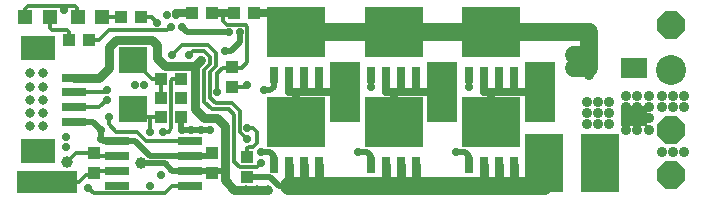
<source format=gbr>
G04 --- HEADER BEGIN --- *
%TF.GenerationSoftware,LibrePCB,LibrePCB,0.1.0*%
%TF.CreationDate,2016-09-09T23:18:03*%
%TF.ProjectId,Demo Brushless Controller Project - default,ace706f3-b818-4ce9-86ab-e3185109c18f,v1*%
%TF.Part,Single*%
%FSLAX66Y66*%
%MOMM*%
G01*
G74*
G04 --- HEADER END --- *
G04 --- APERTURE LIST BEGIN --- *
%ADD10P,2.540000X8X22.500000*%
%ADD11R,1.000000X1.100000*%
%ADD12R,1.200000X1.200000*%
%ADD13C,2.540000*%
%ADD14P,2.540000X8X292.500000*%
%ADD15R,0.700000X1.400000*%
%ADD16R,5.000000X4.300000*%
%ADD17R,2.000000X0.800000*%
%ADD18R,3.000000X2.100000*%
%ADD19R,1.100000X1.000000*%
%ADD20R,2.540000X5.080000*%
%ADD21R,2.400000X2.200000*%
%ADD22R,2.160000X1.780000*%
%ADD23R,5.080000X1.828800*%
%ADD24R,2.032000X0.660400*%
%ADD25R,3.200000X5.000000*%
%ADD26C,0.700000*%
%ADD27C,1.000000*%
%ADD28C,0.800000*%
%ADD29C,0.900000*%
%ADD30C,1.500000*%
%ADD31C,0.500000*%
%ADD32C,0.300000*%
G04 --- APERTURE LIST END --- *
G04 --- BOARD BEGIN --- *
D10*
X55880000Y14605000D03*
D11*
X20535000Y15557500D03*
X18835000Y15557500D03*
D12*
X5617500Y15240000D03*
X7717500Y15240000D03*
D11*
X14343750Y10001250D03*
X12643750Y10001250D03*
D13*
X55880000Y10795000D03*
D14*
X55880000Y5715000D03*
D15*
X24765000Y2747500D03*
X23495000Y2747500D03*
X22225000Y2747500D03*
X26035000Y2747500D03*
D16*
X24130000Y6397500D03*
D17*
X5357500Y8880000D03*
X5357500Y7630000D03*
X5357500Y6380000D03*
X5357500Y10130000D03*
D18*
X2232500Y12630000D03*
X2232500Y3880000D03*
D19*
X6985000Y3707500D03*
X6985000Y2007500D03*
D15*
X24765000Y10367500D03*
X23495000Y10367500D03*
X22225000Y10367500D03*
X26035000Y10367500D03*
D16*
X24130000Y14017500D03*
D15*
X33020000Y2747500D03*
X31750000Y2747500D03*
X30480000Y2747500D03*
X34290000Y2747500D03*
D16*
X32385000Y6397500D03*
D11*
X4865000Y13335000D03*
X6565000Y13335000D03*
D10*
X55880000Y1905000D03*
D15*
X33020000Y10367500D03*
X31750000Y10367500D03*
X30480000Y10367500D03*
X34290000Y10367500D03*
D16*
X32385000Y14017500D03*
D11*
X9310000Y15240000D03*
X11010000Y15240000D03*
X16986250Y2007500D03*
X16986250Y3707500D03*
D20*
X36512500Y8890000D03*
X44767500Y8890000D03*
D15*
X41275000Y10367500D03*
X40005000Y10367500D03*
X38735000Y10367500D03*
X42545000Y10367500D03*
D16*
X40640000Y14017500D03*
D21*
X10318750Y11575000D03*
X10318750Y7475000D03*
D19*
X20002500Y1690000D03*
X20002500Y3390000D03*
X14343750Y6826250D03*
X12643750Y6826250D03*
D22*
X52705000Y6850000D03*
X52705000Y10920000D03*
D15*
X41275000Y2747500D03*
X40005000Y2747500D03*
X38735000Y2747500D03*
X42545000Y2747500D03*
D16*
X40640000Y6397500D03*
D23*
X3016250Y1270000D03*
D24*
X8991600Y2222500D03*
X8991600Y3492500D03*
X15138400Y2222500D03*
X15138400Y4762500D03*
X15138400Y952500D03*
X15138400Y3492500D03*
X8991600Y952500D03*
X8991600Y4762500D03*
D12*
X1172500Y15240000D03*
X3272500Y15240000D03*
D20*
X28257500Y8890000D03*
D25*
X49828450Y2857500D03*
X45104050Y2857500D03*
D11*
X17042500Y15557500D03*
X15342500Y15557500D03*
D19*
X14343750Y8413750D03*
X12643750Y8413750D03*
D11*
X18732500Y11010000D03*
X18732500Y9310000D03*
D26*
X4445000Y15875000D03*
X13652500Y12065000D03*
X15081250Y12065000D03*
X16033750Y11588750D03*
X18097500Y12382500D03*
X12382500Y14763750D03*
X13493750Y14446250D03*
X14446250Y14446250D03*
X13176250Y15398750D03*
X13970000Y15398750D03*
X19367500Y13970000D03*
X18415000Y13970000D03*
X20002500Y9525000D03*
X8255000Y12065000D03*
X10477500Y9525000D03*
X11271250Y9525000D03*
X8096250Y9048750D03*
X8096250Y8255000D03*
X8255000Y6826250D03*
X7620000Y5715000D03*
X7620000Y4921250D03*
X4603750Y5080000D03*
X4603750Y4286250D03*
X6508750Y793750D03*
X11747500Y952500D03*
X12700000Y1905000D03*
X11747500Y5556250D03*
X12858750Y5556250D03*
X16827500Y5715000D03*
X16033750Y5715000D03*
X15240000Y5715000D03*
X14446250Y5715000D03*
X17462500Y8890000D03*
X20002500Y5873750D03*
X20002500Y4921250D03*
X21113750Y3810000D03*
X21113750Y2857500D03*
X21431250Y9048750D03*
X41275000Y4762500D03*
X33020000Y4762500D03*
X24765000Y4762500D03*
X30480000Y9366250D03*
X38735000Y9366250D03*
X37623750Y3810000D03*
X29368750Y3810000D03*
D27*
X27622500Y14128750D03*
X35877500Y14128750D03*
X44132500Y14128750D03*
X4762500Y3016250D03*
X10953750Y2857500D03*
D28*
X1587500Y8255000D03*
X2698750Y8255000D03*
X1587500Y9366250D03*
X1587500Y10477500D03*
X2698750Y9366250D03*
X2698750Y10477500D03*
X1587500Y7143750D03*
X2698750Y7143750D03*
X1587500Y6032500D03*
X2698750Y6032500D03*
X18891250Y635000D03*
X19843750Y635000D03*
X20796250Y635000D03*
X21748750Y635000D03*
D29*
X47625000Y12065000D03*
X47625000Y10953750D03*
X48895000Y12700000D03*
X48895000Y10318750D03*
X48736250Y7143750D03*
X49688750Y7143750D03*
X50641250Y7143750D03*
X48736250Y8096250D03*
X49688750Y8096250D03*
X50641250Y8096250D03*
X50641250Y6191250D03*
X49688750Y6191250D03*
X48736250Y6191250D03*
X56038750Y3810000D03*
X56991250Y3810000D03*
X55086250Y3810000D03*
X56038750Y8572500D03*
X56991250Y8572500D03*
X55086250Y8572500D03*
X56038750Y7620000D03*
X56991250Y7620000D03*
X55086250Y7620000D03*
X52070000Y8572500D03*
X53022500Y8572500D03*
X53975000Y8572500D03*
X52070000Y7620000D03*
X52070000Y6667500D03*
X52070000Y5715000D03*
X53022500Y5715000D03*
X53022500Y6667500D03*
X53022500Y7620000D03*
X53975000Y7620000D03*
X53975000Y6667500D03*
X53975000Y5715000D03*
D30*
X45104050Y2857500D02*
X45104050Y952500D01*
D28*
X24765000Y952500D02*
X24765000Y2747500D01*
X26035000Y952500D02*
X26035000Y2747500D01*
D30*
X26035000Y952500D02*
X24765000Y952500D01*
D28*
X31750000Y952500D02*
X31750000Y2747500D01*
D30*
X31750000Y952500D02*
X26035000Y952500D01*
D28*
X33020000Y952500D02*
X33020000Y2747500D01*
D30*
X33020000Y952500D02*
X31750000Y952500D01*
D28*
X34290000Y952500D02*
X34290000Y2747500D01*
D30*
X34290000Y952500D02*
X33020000Y952500D01*
D28*
X42545000Y952500D02*
X42545000Y2747500D01*
D30*
X45104050Y952500D02*
X42545000Y952500D01*
D28*
X41275000Y952500D02*
X41275000Y2747500D01*
D30*
X42545000Y952500D02*
X41275000Y952500D01*
D28*
X40005000Y952500D02*
X40005000Y2747500D01*
D30*
X41275000Y952500D02*
X40005000Y952500D01*
X40005000Y952500D02*
X34290000Y952500D01*
D31*
X20002500Y1690000D02*
X21907500Y1690000D01*
X21907500Y1690000D02*
X22701250Y952500D01*
X23495000Y952500D02*
X22701250Y952500D01*
D30*
X23495000Y952500D02*
X24765000Y952500D01*
D28*
X23495000Y952500D02*
X23495000Y2747500D01*
D31*
X37623750Y3810000D02*
X38417500Y3810000D01*
X38417500Y3810000D02*
X38735000Y3492500D01*
X38735000Y2747500D02*
X38735000Y3492500D01*
X29368750Y3810000D02*
X30162500Y3810000D01*
X30162500Y3810000D02*
X30480000Y3492500D01*
X30480000Y2747500D02*
X30480000Y3492500D01*
X21113750Y3810000D02*
X21907500Y3810000D01*
X21907500Y3810000D02*
X22225000Y3492500D01*
X22225000Y2747500D02*
X22225000Y3492500D01*
X38735000Y10367500D02*
X38735000Y9366250D01*
X30480000Y10367500D02*
X30480000Y9366250D01*
X21431250Y9048750D02*
X21907500Y9048750D01*
X21907500Y9048750D02*
X22225000Y9366250D01*
X22225000Y10367500D02*
X22225000Y9366250D01*
D30*
X48895000Y12065000D02*
X47625000Y12065000D01*
X48895000Y12065000D02*
X48895000Y14017500D01*
X48895000Y10953750D02*
X47625000Y10953750D01*
X48895000Y10953750D02*
X48895000Y12065000D01*
D26*
X40005000Y10367500D02*
X40005000Y8890000D01*
X31750000Y8890000D02*
X31750000Y10367500D01*
X23495000Y8890000D02*
X23495000Y10367500D01*
X24765000Y10367500D02*
X24765000Y8890000D01*
X26035000Y10367500D02*
X26035000Y8890000D01*
X28257500Y8890000D02*
X26035000Y8890000D01*
X26035000Y8890000D02*
X24765000Y8890000D01*
X33020000Y10367500D02*
X33020000Y8890000D01*
X34290000Y10367500D02*
X34290000Y8890000D01*
X36512500Y8890000D02*
X34290000Y8890000D01*
X34290000Y8890000D02*
X33020000Y8890000D01*
X41275000Y10367500D02*
X41275000Y8890000D01*
X42545000Y10367500D02*
X42545000Y8890000D01*
X41275000Y8890000D02*
X42545000Y8890000D01*
X42545000Y8890000D02*
X44767500Y8890000D01*
X40640000Y6397500D02*
X40640000Y8890000D01*
X40005000Y8890000D02*
X40640000Y8890000D01*
X40640000Y8890000D02*
X41275000Y8890000D01*
X32385000Y6397500D02*
X32385000Y8890000D01*
X33020000Y8890000D02*
X32385000Y8890000D01*
X32385000Y8890000D02*
X31750000Y8890000D01*
X24130000Y6397500D02*
X24130000Y8890000D01*
X24765000Y8890000D02*
X24130000Y8890000D01*
X24130000Y8890000D02*
X23495000Y8890000D01*
X20535000Y15557500D02*
X23971250Y15557500D01*
X23971250Y15557500D02*
X24130000Y14017500D01*
D30*
X24130000Y14017500D02*
X48895000Y14017500D01*
D26*
X13970000Y15398750D02*
X13970000Y15557500D01*
X13970000Y15557500D02*
X15342500Y15557500D01*
D32*
X3272500Y15240000D02*
X3272500Y14348750D01*
X3272500Y14348750D02*
X3492500Y14128750D01*
X3492500Y14128750D02*
X4762500Y14128750D01*
X4762500Y14128750D02*
X4921250Y13970000D01*
X4865000Y13335000D02*
X4921250Y13970000D01*
X9310000Y15240000D02*
X7717500Y15240000D01*
X11010000Y15240000D02*
X11906250Y15240000D01*
X11906250Y15240000D02*
X12382500Y14763750D01*
X6565000Y13335000D02*
X7461250Y13335000D01*
D31*
X18415000Y13970000D02*
X14922500Y13970000D01*
X14922500Y13970000D02*
X14446250Y14446250D01*
X19367500Y13970000D02*
X19367500Y13176250D01*
X19367500Y13176250D02*
X18573750Y12382500D01*
X18097500Y12382500D02*
X18573750Y12382500D01*
D32*
X17462500Y8890000D02*
X17462500Y10477500D01*
X17462500Y10477500D02*
X17938750Y10953750D01*
X18732500Y11010000D02*
X17938750Y10953750D01*
X18732500Y11010000D02*
X19526250Y10953750D01*
X19526250Y10953750D02*
X20002500Y11430000D01*
X20002500Y11430000D02*
X20002500Y14446250D01*
X20002500Y14446250D02*
X19843750Y14605000D01*
X19843750Y14605000D02*
X18256250Y14605000D01*
X18256250Y14605000D02*
X17938750Y14922500D01*
X17938750Y15557500D02*
X17938750Y14922500D01*
D26*
X18835000Y15557500D02*
X17938750Y15557500D01*
X17938750Y15557500D02*
X17042500Y15557500D01*
D32*
X18732500Y9310000D02*
X19787500Y9310000D01*
X19787500Y9310000D02*
X20002500Y9525000D01*
X1172500Y15240000D02*
X1172500Y15936250D01*
X1172500Y15936250D02*
X1428750Y16192500D01*
X5397500Y16192500D02*
X5556250Y16033750D01*
X5617500Y15240000D02*
X5556250Y16033750D01*
X4445000Y16192500D02*
X4445000Y15875000D01*
X1428750Y16192500D02*
X4445000Y16192500D01*
X4445000Y16192500D02*
X5397500Y16192500D01*
X20002500Y5873750D02*
X20478750Y5873750D01*
X20478750Y5873750D02*
X20796250Y5556250D01*
X20796250Y5556250D02*
X20796250Y4603750D01*
X20796250Y4603750D02*
X20478750Y4286250D01*
X20478750Y4286250D02*
X20161250Y4286250D01*
X20161250Y4286250D02*
X20002500Y4127500D01*
X20002500Y3390000D02*
X20002500Y4127500D01*
D28*
X5357500Y10130000D02*
X7431250Y10130000D01*
X7431250Y10130000D02*
X8255000Y10953750D01*
X8255000Y12065000D02*
X8255000Y10953750D01*
X8255000Y12065000D02*
X8255000Y12700000D01*
X8255000Y12700000D02*
X8890000Y13335000D01*
X8890000Y13335000D02*
X11906250Y13335000D01*
X11906250Y13335000D02*
X12382500Y12858750D01*
X12382500Y12858750D02*
X12382500Y11747500D01*
X12382500Y11747500D02*
X13017500Y11112500D01*
X15557500Y7461250D02*
X16351250Y6667500D01*
X18891250Y635000D02*
X18097500Y1428750D01*
X18097500Y6032500D02*
X17462500Y6667500D01*
X17462500Y6667500D02*
X16351250Y6667500D01*
X19843750Y635000D02*
X18891250Y635000D01*
X20796250Y635000D02*
X19843750Y635000D01*
X21748750Y635000D02*
X20796250Y635000D01*
D31*
X10953750Y2857500D02*
X13017500Y2857500D01*
X13017500Y2857500D02*
X13652500Y2222500D01*
X15138400Y2222500D02*
X13652500Y2222500D01*
D28*
X18097500Y1428750D02*
X18097500Y2222500D01*
X18097500Y2222500D02*
X18097500Y6032500D01*
D31*
X16986250Y2222500D02*
X16986250Y2007500D01*
X18097500Y2222500D02*
X16986250Y2222500D01*
X16986250Y2222500D02*
X15138400Y2222500D01*
X16986250Y3707500D02*
X16986250Y3492500D01*
X16986250Y3492500D02*
X15138400Y3492500D01*
X15138400Y3492500D02*
X11747500Y3492500D01*
X11747500Y3492500D02*
X10477500Y4762500D01*
X8991600Y4762500D02*
X10477500Y4762500D01*
X7778750Y4762500D02*
X8991600Y4762500D01*
X7620000Y4921250D02*
X7778750Y4762500D01*
D32*
X15138400Y4762500D02*
X11430000Y4762500D01*
X11430000Y4762500D02*
X10636250Y5556250D01*
X10636250Y5556250D02*
X8890000Y5556250D01*
X8890000Y5556250D02*
X8255000Y6191250D01*
X8255000Y6826250D02*
X8255000Y6191250D01*
X5357500Y8880000D02*
X7927500Y8880000D01*
X7927500Y8880000D02*
X8096250Y9048750D01*
X5357500Y7630000D02*
X7471250Y7630000D01*
X7471250Y7630000D02*
X8096250Y8255000D01*
D31*
X5357500Y6380000D02*
X6955000Y6380000D01*
X6955000Y6380000D02*
X7620000Y5715000D01*
X7620000Y5715000D02*
X7620000Y4921250D01*
X14343750Y5715000D02*
X14446250Y5715000D01*
X14343750Y5715000D02*
X15240000Y5715000D01*
X15240000Y5715000D02*
X16033750Y5715000D01*
X16033750Y5715000D02*
X16827500Y5715000D01*
X14343750Y6826250D02*
X14343750Y5715000D01*
D32*
X14343750Y10001250D02*
X13652500Y10001250D01*
X13652500Y10001250D02*
X13493750Y9842500D01*
X13493750Y9842500D02*
X13493750Y5873750D01*
X13493750Y5873750D02*
X13335000Y5556250D01*
X12858750Y5556250D02*
X13335000Y5556250D01*
X10953750Y6826250D02*
X10318750Y7475000D01*
X11747500Y6826250D02*
X11747500Y5556250D01*
X12643750Y6826250D02*
X11747500Y6826250D01*
X11747500Y6826250D02*
X10953750Y6826250D01*
X11906250Y10001250D02*
X10318750Y11575000D01*
X12643750Y8413750D02*
X12700000Y8628750D01*
X12700000Y8628750D02*
X12643750Y10001250D01*
X12643750Y10001250D02*
X11906250Y10001250D01*
X21113750Y2857500D02*
X20796250Y2540000D01*
X20796250Y2540000D02*
X19367500Y2540000D01*
X19367500Y2540000D02*
X18891250Y3016250D01*
X18891250Y3016250D02*
X18891250Y6985000D01*
X20002500Y4921250D02*
X19367500Y5556250D01*
X19367500Y5556250D02*
X19367500Y7302500D01*
X18891250Y6985000D02*
X18415000Y7461250D01*
X18415000Y7461250D02*
X16986250Y7461250D01*
X16986250Y7461250D02*
X16351250Y8096250D01*
X16351250Y8096250D02*
X16351250Y10795000D01*
X16351250Y10795000D02*
X16827500Y11271250D01*
X16827500Y11271250D02*
X16827500Y11906250D01*
X16827500Y11906250D02*
X16351250Y12382500D01*
X16351250Y12382500D02*
X15875000Y12382500D01*
X15875000Y12382500D02*
X15398750Y12382500D01*
X15398750Y12382500D02*
X15081250Y12065000D01*
X19367500Y7302500D02*
X18732500Y7937500D01*
X18732500Y7937500D02*
X17303750Y7937500D01*
X17303750Y7937500D02*
X16827500Y8413750D01*
X16827500Y8413750D02*
X16827500Y10636250D01*
X16827500Y10636250D02*
X17303750Y11112500D01*
X17303750Y11112500D02*
X17303750Y12223750D01*
X17303750Y12223750D02*
X16668750Y12858750D01*
X16668750Y12858750D02*
X14446250Y12858750D01*
X14446250Y12858750D02*
X13652500Y12065000D01*
D28*
X16033750Y11588750D02*
X15557500Y11112500D01*
X15557500Y11112500D02*
X13017500Y11112500D01*
X15557500Y11112500D02*
X15557500Y7461250D01*
D32*
X6508750Y793750D02*
X6985000Y317500D01*
X6985000Y317500D02*
X13017500Y317500D01*
X13017500Y317500D02*
X13652500Y952500D01*
X13652500Y952500D02*
X15138400Y952500D01*
X6985000Y3707500D02*
X7200000Y3492500D01*
X7200000Y3492500D02*
X8991600Y3492500D01*
X6985000Y2007500D02*
X7200000Y2222500D01*
X7200000Y2222500D02*
X8991600Y2222500D01*
X6985000Y2007500D02*
X6882500Y1905000D01*
X6882500Y1905000D02*
X6350000Y1905000D01*
X6350000Y1905000D02*
X5715000Y1270000D01*
X5715000Y1270000D02*
X3016250Y1270000D01*
X6985000Y3707500D02*
X5453750Y3707500D01*
X5453750Y3707500D02*
X4762500Y3016250D01*
X7461250Y13335000D02*
X8255000Y14128750D01*
X8255000Y14128750D02*
X13176250Y14128750D01*
X13176250Y14128750D02*
X13493750Y14446250D01*
G04 --- BOARD END --- *
%TF.MD5,bf67be2a0ef9d4be9734c0d22271d2ce*%
M02*

</source>
